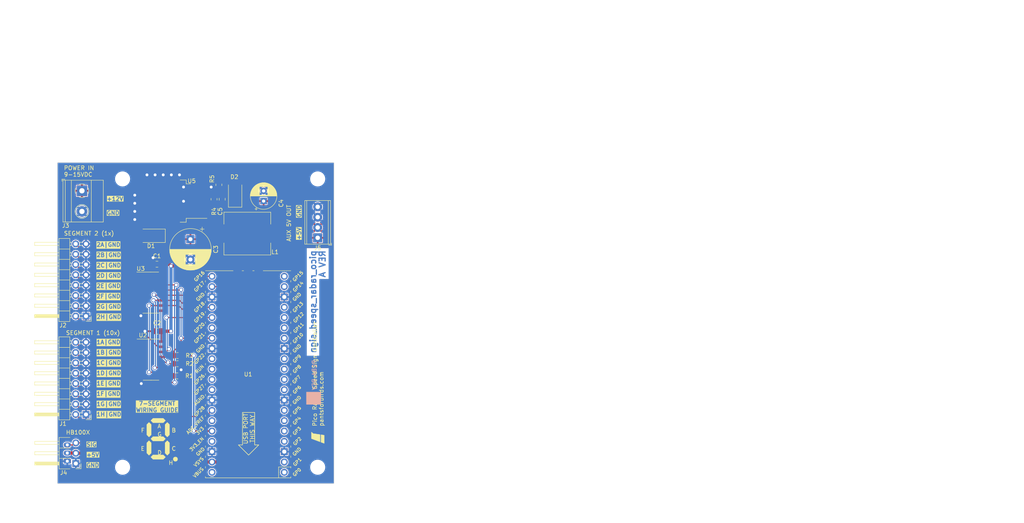
<source format=kicad_pcb>
(kicad_pcb (version 20221018) (generator pcbnew)
  (title_block (title "Pico Radar Speed Sign Controller") (date "2023-07-05") (rev "A") (company "Pants for Birds") (comment 1 "John McNelly - jkailimcnelly@gmail.com"))
  (layers (0 "F.Cu" signal) (31 "B.Cu" signal) (34 "B.Paste" user) (35 "F.Paste" user) (36 "B.SilkS" user "B.Silkscreen") (37 "F.SilkS" user "F.Silkscreen") (38 "B.Mask" user) (39 "F.Mask" user) (44 "Edge.Cuts" user))
  (net 0 "")
  (net 1 "+5V")
  (net 2 "GND")
  (net 3 "Net-(D1-K)")
  (net 4 "+12V")
  (net 5 "Net-(D2-K)")
  (net 6 "/SEG_1A")
  (net 7 "/SEG_1B")
  (net 8 "/SEG_1C")
  (net 9 "/SEG_1D")
  (net 10 "/SEG_1E")
  (net 11 "/SEG_1F")
  (net 12 "/SEG_1G")
  (net 13 "/SEG_1H")
  (net 14 "/SEG_2A")
  (net 15 "/SEG_2B")
  (net 16 "/SEG_2C")
  (net 17 "/SEG_2D")
  (net 18 "/SEG_2E")
  (net 19 "/SEG_2F")
  (net 20 "/SEG_2G")
  (net 21 "/SEG_2H")
  (net 22 "/DIGITS_SPI_CS")
  (net 23 "/DIGITS_RCLK")
  (net 24 "/~{DIGITS_OE}")
  (net 25 "Net-(U5-FB)")
  (net 41 "/DIGITS_SPI_SCK")
  (net 42 "/DIGITS_SPI_MOSI")
  (net 51 "Net-(U2-QH')")
  (net 53 "/DOPPLER_RADAR_IN")
  (net 54 "+3V3")
  (footprint "MountingHole:MountingHole_3.2mm_M3" (layer "F.Cu") (at 94 135)
    (fp_text reference "H3" hide)
    (fp_text value "MountingHole")
  )
  (footprint "Connector_PinHeader_2.54mm:PinHeader_2x08_P2.54mm_Horizontal" (layer "F.Cu") (at 37 97.78 180)
    (fp_text reference "J2")
    (fp_text value "0.1\" Pin Header 02x08")
  )
  (footprint "Resistor_SMD:R_0805_2012Metric" (layer "F.Cu") (at 69.695 65.455 90)
    (fp_text reference "R5")
    (fp_text value "10k 1%")
  )
  (footprint "Capacitor_THT:CP_Radial_D6.3mm_P2.50mm" (layer "F.Cu") (at 80.695 69.454999 90)
    (fp_text reference "C4")
    (fp_text value "220uF 25V")
  )
  (footprint "Connector_PinHeader_2.54mm:PinHeader_2x08_P2.54mm_Horizontal" (layer "F.Cu") (at 37 122 180)
    (fp_text reference "J1")
    (fp_text value "0.1\" Pin Header 02x08")
  )
  (footprint "Capacitor_THT:CP_Radial_D10.0mm_P5.00mm" (layer "F.Cu") (at 62.695 78.842444 -90)
    (fp_text reference "C3")
    (fp_text value "680uF 25V")
  )
  (footprint "Package_TO_SOT_SMD:TO-263-5_TabPin3" (layer "F.Cu") (at 56.82 69.455 180)
    (fp_text reference "U5")
    (fp_text value "LM2596S-ADJ")
  )
  (footprint "TerminalBlock_Phoenix:TerminalBlock_Phoenix_MKDS-1,5-2-5.08_1x02_P5.08mm_Horizontal" (layer "F.Cu") (at 36 66.92 -90)
    (fp_text reference "J3")
    (fp_text value "Conn_01x02")
  )
  (footprint "MountingHole:MountingHole_3.2mm_M3" (layer "F.Cu") (at 46 64)
    (fp_text reference "H1" hide)
    (fp_text value "MountingHole")
  )
  (footprint "Resistor_SMD:R_0805_2012Metric" (layer "F.Cu") (at 59.5 107.5 180)
    (fp_text reference "R3")
    (fp_text value "10k")
  )
  (footprint "MountingHole:MountingHole_3.2mm_M3" (layer "F.Cu") (at 94 64)
    (fp_text reference "H2" hide)
    (fp_text value "MountingHole")
  )
  (footprint "Package_SO:SOIC-16_3.9x9.9mm_P1.27mm" (layer "F.Cu") (at 52.935 92)
    (fp_text reference "U3")
    (fp_text value "74HC595")
  )
  (footprint "Diode_SMD:D_SMA" (layer "F.Cu") (at 73.695001 67.454998 90)
    (fp_text reference "D2")
    (fp_text value "40V 3A")
  )
  (footprint "Capacitor_SMD:C_0805_2012Metric" (layer "F.Cu") (at 70.5 69 90)
    (fp_text reference "C5")
    (fp_text value "DNP")
  )
  (footprint "Connector_JST:JST_PH_B3B-PH-K_1x03_P2.00mm_Vertical" (layer "F.Cu") (at 32.4 133.5 90)
    (fp_text reference "J6" hide)
    (fp_text value "2.00mm JST-PH 01x03")
  )
  (footprint "Custom_Inductor:L_SunItechTech_SLO1040H470MTT" (layer "F.Cu") (at 76.695 77.454999)
    (fp_text reference "L1")
    (fp_text value "47uH 3A")
  )
  (footprint "MountingHole:MountingHole_3.2mm_M3" (layer "F.Cu") (at 46 135)
    (fp_text reference "H4" hide)
    (fp_text value "MountingHole")
  )
  (footprint "Capacitor_SMD:C_0805_2012Metric" (layer "F.Cu") (at 54.5 101.5 180)
    (fp_text reference "C2")
    (fp_text value "0.1uF")
  )
  (footprint "Diode_SMD:D_SMA" (layer "F.Cu") (at 53 78 180)
    (fp_text reference "D1")
    (fp_text value "40V 3A")
  )
  (footprint "TerminalBlock_Phoenix:TerminalBlock_Phoenix_MPT-0,5-4-2.54_1x04_P2.54mm_Horizontal" (layer "F.Cu") (at 94 78.5 90)
    (fp_text reference "J5")
    (fp_text value "Conn_01x04")
  )
  (footprint "Capacitor_SMD:C_0805_2012Metric" (layer "F.Cu") (at 54.459999 85 180)
    (fp_text reference "C1")
    (fp_text value "0.1uF")
  )
  (footprint "Resistor_SMD:R_0805_2012Metric" (layer "F.Cu") (at 59.4125 112.5)
    (fp_text reference "R1")
    (fp_text value "10k")
  )
  (footprint "Package_SO:SOIC-16_3.9x9.9mm_P1.27mm" (layer "F.Cu") (at 53.000001 108.5)
    (fp_text reference "U2")
    (fp_text value "74HC595")
  )
  (footprint "Resistor_SMD:R_0805_2012Metric" (layer "F.Cu") (at 68.5 69 90)
    (fp_text reference "R4")
    (fp_text value "30k 1%")
  )
  (footprint "Resistor_SMD:R_0805_2012Metric" (layer "F.Cu") (at 59.5 109.5)
    (fp_text reference "R2")
    (fp_text value "10k")
  )
  (footprint "Custom_Module:RPi_Pico_TH_Socket" (layer "F.Cu") (at 76.89 112.11 180)
    (fp_text reference "U1")
    (fp_text value "Pico_H")
  )
  (footprint "Custom_Graphic:BirdWithPants_Small_Right" (layer "F.Cu") (at 94 127.5 90)
    (fp_text reference "GRAPHIC1" hide)
    (fp_text value "Graphic" hide)
  )
  (footprint "Connector_PinHeader_2.54mm:PinHeader_1x03_P2.54mm_Horizontal" (layer "F.Cu") (at 34.5 134.08 180)
    (fp_text reference "J4")
    (fp_text value "0.1\" Pin Header 01x03")
  )
  (footprint "Custom_Graphic:PCB_PN_REV" (layer "B.Cu") (at 95.55 89.85 -90)
    (fp_text reference "PCB1" hide)
    (fp_text value "PCB" hide)
  )
  (gr_rect (start 91.25 116.5) (end 94.75 119.5) (stroke (width 0.12)) (fill solid) (layer "B.SilkS"))
  (gr_poly (pts (xy 52 127) (xy 52 124.5) (xy 52.5 124) (xy 53 124.5) (xy 53 127) (xy 52.5 127.5)) (stroke (width 0.15)) (fill solid) (layer "F.SilkS"))
  (gr_poly (pts (xy 56 128.5) (xy 53.5 128.5) (xy 53 128) (xy 53.5 127.5) (xy 56 127.5) (xy 56.5 128)) (stroke (width 0.15)) (fill solid) (layer "F.SilkS"))
  (gr_poly (pts (xy 53.5 123) (xy 56 123) (xy 56.5 123.5) (xy 56 124) (xy 53.5 124) (xy 53 123.5)) (stroke (width 0.15)) (fill solid) (layer "F.SilkS"))
  (gr_poly (pts (xy 56.5 131.5) (xy 56.5 129) (xy 57 128.5) (xy 57.5 129) (xy 57.5 131.5) (xy 57 132)) (stroke (width 0.15)) (fill solid) (layer "F.SilkS"))
  (gr_poly (pts (xy 56.5 127) (xy 56.5 124.5) (xy 57 124) (xy 57.5 124.5) (xy 57.5 127) (xy 57 127.5)) (stroke (width 0.15)) (fill solid) (layer "F.SilkS"))
  (gr_circle (center 59 133) (end 59.5 133) (stroke (width 0.15)) (fill solid) (layer "F.SilkS"))
  (gr_poly (pts (xy 75.5 121.5) (xy 78.5 121.5) (xy 78.5 129.5) (xy 79.5 129.5) (xy 77 132) (xy 74.5 129.5) (xy 75.5 129.5)) (stroke (width 0.15)) (fill none) (layer "F.SilkS"))
  (gr_poly (pts (xy 53.5 132) (xy 56 132) (xy 56.5 132.5) (xy 56 133) (xy 53.5 133) (xy 53 132.5)) (stroke (width 0.15)) (fill solid) (layer "F.SilkS"))
  (gr_poly (pts (xy 52 131.5) (xy 52 129) (xy 52.5 128.5) (xy 53 129) (xy 53 131.5) (xy 52.5 132)) (stroke (width 0.15)) (fill solid) (layer "F.SilkS"))
  (gr_rect (start 30 60) (end 98 139) (stroke (width 0.1)) (fill none) (layer "Edge.Cuts"))
  (gr_text "PCBA REV" (at 93.75 108.5 90) (layer "B.SilkS") (effects (font (size 1 1)) (justify left bottom mirror)))
  (gr_text "2H|GND" (at 39.5 98.56) (layer "F.SilkS" knockout) (effects (font (size 1 1) (thickness 0.2) bold) (justify left bottom)))
  (gr_text "C" (at 58 131) (layer "F.SilkS") (effects (font (size 1 1)) (justify left bottom)))
  (gr_text "E" (at 51.5 131) (layer "F.SilkS") (effects (font (size 1 1)) (justify right bottom)))
  (gr_text "7-SEGMENT\nWIRING GUIDE" (at 54.5 121.5) (layer "F.SilkS" knockout) (effects (font (size 1 1) (thickness 0.2) bold) (justify bottom)))
  (gr_text "AUX 5V OUT" (at 87.5 79.5 90) (layer "F.SilkS") (effects (font (size 1 1)) (justify left bottom)))
  (gr_text "1C|GND" (at 39.5 109.86) (layer "F.SilkS" knockout) (effects (font (size 1 1) (thickness 0.2) bold) (justify left bottom)))
  (gr_text "1H|GND" (at 39.5 122.56) (layer "F.SilkS" knockout) (effects (font (size 1 1) (thickness 0.2) bold) (justify left bottom)))
  (gr_text "SIG" (at 37 130) (layer "F.SilkS" knockout) (effects (font (size 1 1) (thickness 0.2) bold) (justify left bottom)))
  (gr_text "A" (at 54.5 125.5) (layer "F.SilkS") (effects (font (size 1 1)) (justify left bottom)))
  (gr_text "USB PORT\nTHIS WAY" (at 78.5 125.5 90) (layer "F.SilkS") (effects (font (size 1 1)) (justify bottom)))
  (gr_text "HB100X" (at 32 127) (layer "F.SilkS") (effects (font (size 1 1)) (justify left bottom)))
  (gr_text "F" (at 51.5 126.5) (layer "F.SilkS") (effects (font (size 1 1)) (justify right bottom)))
  (gr_text "1B|GND" (at 39.5 107.32) (layer "F.SilkS" knockout) (effects (font (size 1 1) (thickness 0.2) bold) (justify left bottom)))
  (gr_text "1G|GND" (at 39.5 120.02) (layer "F.SilkS" knockout) (effects (font (size 1 1) (thickness 0.2) bold) (justify left bottom)))
  (gr_text "1E|GND" (at 39.5 114.94) (layer "F.SilkS" knockout) (effects (font (size 1 1) (thickness 0.2) bold) (justify left bottom)))
  (gr_text "SEGMENT 1 (10x)" (at 32 102.5) (layer "F.SilkS") (effects (font (size 1 1)) (justify left bottom)))
  (gr_text "2B|GND" (at 39.5 83.32) (layer "F.SilkS" knockout) (effects (font (size 1 1) (thickness 0.2) bold) (justify left bottom)))
  (gr_text "SEGMENT 2 (1x)" (at 31.5 78) (layer "F.SilkS") (effects (font (size 1 1)) (justify left bottom)))
  (gr_text "H" (at 58.5 134.5) (layer "F.SilkS") (effects (font (size 1 1)) (justify right bottom)))
  (gr_text "+5V" (at 37 132.54) (layer "F.SilkS" knockout) (effects (font (size 1 1) (thickness 0.2) bold) (justify left bottom)))
  (gr_text "2E|GND" (at 39.5 90.94) (layer "F.SilkS" knockout) (effects (font (size 1 1) (thickness 0.2) bold) (justify left bottom)))
  (gr_text "GND" (at 90 72 90) (layer "F.SilkS" knockout) (effects (font (size 1 1) (thickness 0.2) bold) (justify bottom)))
  (gr_text "Pico Radar Speed Sign Controller\npantsforbirds.com" (at 95.5 125 90) (layer "F.SilkS") (effects (font (size 1 1)) (justify left bottom)))
  (gr_text "POWER IN\n9-15VDC" (at 31.5 63.5) (layer "F.SilkS") (effects (font (size 1 1)) (justify left bottom)))
  (gr_text "B" (at 58 126.5) (layer "F.SilkS") (effects (font (size 1 1)) (justify left bottom)))
  (gr_text "2G|GND" (at 39.5 96.02) (layer "F.SilkS" knockout) (effects (font (size 1 1) (thickness 0.2) bold) (justify left bottom)))
  (gr_text "1D|GND" (at 39.5 112.4) (layer "F.SilkS" knockout) (effects (font (size 1 1) (thickness 0.2) bold) (justify left bottom)))
  (gr_text "1A|GND" (at 39.5 104.78) (layer "F.SilkS" knockout) (effects (font (size 1 1) (thickness 0.2) bold) (justify left bottom)))
  (gr_text "2A|GND" (at 39.5 80.78) (layer "F.SilkS" knockout) (effects (font (size 1 1) (thickness 0.2) bold) (justify left bottom)))
  (gr_text "+5V" (at 90 77.5 90) (layer "F.SilkS" knockout) (effects (font (size 1 1) (thickness 0.2) bold) (justify bottom)))
  (gr_text "2F|GND" (at 39.5 93.48) (layer "F.SilkS" knockout) (effects (font (size 1 1) (thickness 0.2) bold) (justify left bottom)))
  (gr_text "+12V" (at 42 69.5) (layer "F.SilkS" knockout) (effects (font (size 1 1) (thickness 0.2) bold) (justify left bottom)))
  (gr_text "D" (at 54.5 132) (layer "F.SilkS") (effects (font (size 1 1)) (justify left bottom)))
  (gr_text "1F|GND" (at 39.5 117.48) (layer "F.SilkS" knockout) (effects (font (size 1 1) (thickness 0.2) bold) (justify left bottom)))
  (gr_text "2C|GND" (at 39.5 85.86) (layer "F.SilkS" knockout) (effects (font (size 1 1) (thickness 0.2) bold) (justify left bottom)))
  (gr_text "GND" (at 42 73) (layer "F.SilkS" knockout) (effects (font (size 1 1) (thickness 0.2) bold) (justify left bottom)))
  (gr_text "GND" (at 37 135.08) (layer "F.SilkS" knockout) (effects (font (size 1 1) (thickness 0.2) bold) (justify left bottom)))
  (gr_text "G" (at 54.5 127.5) (layer "F.SilkS") (effects (font (size 1 1)) (justify left bottom)))
  (gr_text "2D|GND" (at 39.5 88.4) (layer "F.SilkS" knockout) (effects (font (size 1 1) (thickness 0.2) bold) (justify left bottom)))
  (segment (start 55.475001 104.055) (end 55.475001 101.525001) (width 0.4) (layer "F.Cu") (net 1))
  (segment (start 71.625 67.775) (end 72 67.4) (width 0.4) (layer "F.Cu") (net 1))
  (segment (start 78.254999 69.454999) (end 80.695 69.454999) (width 0.4) (layer "F.Cu") (net 1))
  (segment (start 68 133.7) (end 79.245 133.7) (width 0.8) (layer "F.Cu") (net 1))
  (segment (start 34.46 131.5) (end 34.5 131.54) (width 0.8) (layer "F.Cu") (net 1))
  (segment (start 55.475001 101.525001) (end 55.45 101.5) (width 0.4) (layer "F.Cu") (net 1))
  (segment (start 57.457556 85) (end 57.9 85.442444) (width 0.8) (layer "F.Cu") (net 1))
  (segment (start 81.445 77.454999) (end 81.445 85.4) (width 0.8) (layer "F.Cu") (net 1))
  (segment (start 57.9 85.442444) (end 81.402556 85.442444) (width 0.8) (layer "F.Cu") (net 1))
  (segment (start 72 67.4) (end 76.2 67.4) (width 0.4) (layer "F.Cu") (net 1))
  (segment (start 70.4625 69.9125) (end 70.5 69.95) (width 0.4) (layer "F.Cu") (net 1))
  (segment (start 55.41 87.555) (end 55.41 85.000001) (width 0.4) (layer "F.Cu") (net 1))
  (segment (start 55.409999 85) (end 57.457556 85) (width 0.8) (layer "F.Cu") (net 1))
  (segment (start 68.5 69.9125) (end 70.4625 69.9125) (width 0.4) (layer "F.Cu") (net 1))
  (segment (start 55.41 85.000001) (end 55.409999 85) (width 0.4) (layer "F.Cu") (net 1))
  (segment (start 70.5 69.95) (end 71.175 69.95) (width 0.4) (layer "F.Cu") (net 1))
  (segment (start 71.625 69.5) (end 71.625 67.775) (width 0.4) (layer "F.Cu") (net 1))
  (segment (start 71.175 69.95) (end 71.625 69.5) (width 0.4) (layer "F.Cu") (net 1))
  (segment (start 79.245 133.7) (end 81.445 131.5) (width 0.8) (layer "F.Cu") (net 1))
  (segment (start 32.4 131.5) (end 34.46 131.5) (width 0.8) (layer "F.Cu") (net 1))
  (segment (start 43.275 129.725) (end 60.225 129.725) (width 0.8) (layer "F.Cu") (net 1))
  (segment (start 55.45 101.5) (end 57.9 101.5) (width 0.8) (layer "F.Cu") (net 1))
  (segment (start 81.445 85.4) (end 81.445 131.5) (width 0.8) (layer "F.Cu") (net 1))
  (segment (start 41.46 131.54) (end 43.275 129.725) (width 0.8) (layer "F.Cu") (net 1))
  (segment (start 76.2 67.4) (end 78.254999 69.454999) (width 0.4) (layer "F.Cu") (net 1))
  (segment (start 64.2 133.7) (end 68 133.7) (width 0.8) (layer "F.Cu") (net 1))
  (segment (start 34.5 131.54) (end 41.46 131.54) (width 0.8) (layer "F.Cu") (net 1))
  (segment (start 60.225 129.725) (end 64.2 133.7) (width 0.8) (layer "F.Cu") (net 1))
  (segment (start 81.402556 85.442444) (end 81.445 85.4) (width 0.8) (layer "F.Cu") (net 1))
  (via (at 57.9 101.5) (size 1) (drill 0.7) (layers "F.Cu" "B.Cu") (net 1))
  (via (at 57.9 85.442444) (size 1) (drill 0.7) (layers "F.Cu" "B.Cu") (net 1))
  (segment (start 57.9 101.5) (end 57.9 85.442444) (width 0.8) (layer "B.Cu") (net 1))
  (segment (start 60.325 111.075) (end 60.4 111) (width 0.25) (layer "F.Cu") (net 2))
  (segment (start 60.325 112.5) (end 60.325 111.075) (width 0.25) (layer "F.Cu") (net 2))
  (segment (start 50.525001 114.325001) (end 50.6 114.4) (width 0.4) (layer "F.Cu") (net 2))
  (segment (start 51.5 101.5) (end 53.55 101.5) (width 0.4) (layer "F.Cu") (net 2))
  (segment (start 60.4125 109.5) (end 60.4125 110.9875) (width 0.25) (layer "F.Cu") (net 2))
  (segment (start 60.4125 110.9875) (end 60.4 111) (width 0.25) (layer "F.Cu") (net 2))
  (segment (start 50.46 96.445) (end 50.46 97.66) (width 0.4) (layer "F.Cu") (net 2))
  (segment (start 50.46 97.66) (end 50.5 97.7) (width 0.4) (layer "F.Cu") (net 2))
  (segment (start 53.509999 83.409999) (end 53.5 83.4) (width 0.4) (layer "F.Cu") (net 2))
  (segment (start 53.509999 85) (end 53.509999 83.409999) (width 0.4) (layer "F.Cu") (net 2))
  (segment (start 50.525001 112.945) (end 50.525001 114.325001) (width 0.4) (layer "F.Cu") (net 2))
  (via (at 52 63) (size 1) (drill 0.7) (layers "F.Cu" "B.Cu") (net 2))
  (via (at 56 63) (size 1) (drill 0.7) (layers "F.Cu" "B.Cu") (net 2))
  (via (at 49 72) (size 1) (drill 0.7) (layers "F.Cu" "B.Cu") (net 2))
  (via (at 60.4 111) (size 1) (drill 0.7) (layers "F.Cu" "B.Cu") (net 2))
  (via (at 49 68) (size 1) (drill 0.7) (layers "F.Cu" "B.Cu") (net 2))
  (via (at 50.6 114.4) (size 1) (drill 0.7) (layers "F.Cu" "B.Cu") (net 2))
  (via (at 50.5 97.7) (size 1) (drill 0.7) (layers "F.Cu" "B.Cu") (net 2))
  (via (at 60 63) (size 1) (drill 0.7) (layers "F.Cu" "B.Cu") (net 2))
  (via (at 67.8 66) (size 1) (drill 0.7) (layers "F.Cu" "B.Cu") (net 2))
  (via (at 49 74) (size 1) (drill 0.7) (layers "F.Cu" "B.Cu") (net 2))
  (via (at 53.5 83.4) (size 1) (drill 0.7) (layers "F.Cu" "B.Cu") (net 2))
  (via (at 58 63) (size 1) (drill 0.7) (layers "F.Cu" "B.Cu") (net 2))
  (via (at 61 69.5) (size 1) (drill 0.7) (layers "F.Cu" "B.Cu") (net 2))
  (via (at 54 63) (size 1) (drill 0.7) (layers "F.Cu" "B.Cu") (net 2))
  (via (at 51.5 101.5) (size 1) (drill 0.7) (layers "F.Cu" "B.Cu") (net 2))
  (via (at 61 66) (size 1) (drill 0.7) (layers "F.Cu" "B.Cu") (net 2))
  (via (at 49 70) (size 1) (drill 0.7) (layers "F.Cu" "B.Cu") (net 2))
  (segment (start 48.5 102.6) (end 51.9 102.6) (width 0.25) (layer "F.Cu") (net 6))
  (segment (start 34.46 104.22) (end 35.635 105.395) (width 0.25) (layer "F.Cu") (net 6))
  (segment (start 35.635 105.395) (end 45.705 105.395) (width 0.25) (layer "F.Cu") (net 6))
  (segment (start 45.705 105.395) (end 48.5 102.6) (width 0.25) (layer "F.Cu") (net 6))
  (segment (start 51.9 102.6) (end 54.625 105.325) (width 0.25) (layer "F.Cu") (net 6))
  (segment (start 54.625 105.325) (end 55.475001 105.325) (width 0.25) (layer "F.Cu") (net 6))
  (segment (start 50.525001 104.055) (end 48.545 104.055) (width 0.25) (layer "F.Cu") (net 7))
  (segment (start 35.635 107.935) (end 34.46 106.76) (width 0.25) (layer "F.Cu") (net 7))
  (segment (start 48.545 104.055) (end 44.665 107.935) (width 0.25) (layer "F.Cu") (net 7))
  (segment (start 44.665 107.935) (end 35.635 107.935) (width 0.25) (layer "F.Cu") (net 7))
  (segment (start 50.525001 105.325) (end 48.975 105.325) (width 0.25) (layer "F.Cu") (net 8))
  (segment (start 35.635 110.475) (end 34.46 109.3) (width 0.25) (layer "F.Cu") (net 8))
  (segment (start 48.975 105.325) (end 43.825 110.475) (width 0.25) (layer "F.Cu") (net 8))
  (segment (start 43.825 110.475) (end 35.635 110.475) (width 0.25) (layer "F.Cu") (net 8))
  (segment (start 42.735 113.015) (end 35.635 113.015) (width 0.25) (layer "F.Cu") (net 9))
  (segment (start 50.525001 106.595) (end 49.155 106.595) (width 0.25) (layer "F.Cu") (net 9))
  (segment (start 49.155 106.595) (end 42.735 113.015) (width 0.25) (layer "F.Cu") (net 9))
  (segment (start 35.635 113.015) (end 34.46 111.84) (width 0.25) (layer "F.Cu") (net 9))
  (segment (start 41.355 115.745) (end 49.235 107.865) (width 0.25) (layer "F.Cu") (net 10))
  (segment (start 35.825 115.745) (end 41.355 115.745) (width 0.25) (layer "F.Cu") (net 10))
  (segment (start 49.235 107.865) (end 50.525001 107.865) (width 0.25) (layer "F.Cu") (net 10))
  (segment (start 34.46 114.38) (end 35.825 115.745) (width 0.25) (layer "F.Cu") (net 10))
  (segment (start 43.005 118.095) (end 44 117.1) (width 0.25) (layer "F.Cu") (net 11))
  (segment (start 44 114.5) (end 49.3 109.2) (width 0.25) (layer "F.Cu") (net 11))
  (segment (start 44 117.1) (end 44 114.5) (width 0.25) (layer "F.Cu") (net 11))
  (segment (start 34.46 116.92) (end 35.635 118.095) (width 0.25) (layer "F.Cu") (net 11))
  (segment (start 49.3 109.2) (end 50.460001 109.2) (width 0.25) (layer "F.Cu") (net 11))
  (segment (start 35.635 118.095) (end 43.005 118.095) (width 0.25) (layer "F.Cu") (net 11))
  (segment (start 50.460001 109.2) (end 50.525001 109.135) (width 0.25) (layer "F.Cu") (net 11))
  (segment (start 50.520001 110.4) (end 50.525001 110.405) (width 0.25) (layer "F.Cu") (net 12))
  (segment (start 35.635 120.635) (end 44.065 120.635) (width 0.25) (layer "F.Cu") (net 12))
  (segment (start 45.4 114.3) (end 49.3 110.4) (width 0.25) (layer "F.Cu") (net 12))
  (segment (start 34.46 119.46) (end 35.635 120.635) (width 0.25) (layer "F.Cu") (net 12))
  (segment (start 45.4 119.3) (end 45.4 114.3) (width 0.25) (layer "F.Cu") (net 12))
  (segment (start 49.3 110.4) (end 50.520001 110.4) (width 0.25) (layer "F.Cu") (net 12))
  (segment (start 44.065 120.635) (end 45.4 119.3) (width 0.25) (layer "F.Cu") (net 12))
  (segment (start 50.525001 111.675) (end 49.625 111.675) (width 0.25) (layer "F.Cu") (net 13))
  (segment (start 46.5 114.8) (end 46.5 121.6) (width 0.25) (layer "F.Cu") (net 13))
  (segment (start 35.635 123.175) (end 34.46 122) (width 0.25) (layer "F.Cu") (net 13))
  (segment (start 49.625 111.675) (end 46.5 114.8) (width 0.25) (layer "F.Cu") (net 13))
  (segment (start 46.5 121.6) (end 44.925 123.175) (width 0.25) (layer "F.Cu") (net 13))
  (segment (start 44.925 123.175) (end 35.635 123.175) (width 0.25) (layer "F.Cu") (net 13))
  (segment (start 52 82.4) (end 50.965 81.365) (width 0.25) (layer "F.Cu") (net 14))
  (segment (start 52 88.1) (end 52 82.4) (width 0.25) (layer "F.Cu") (net 14))
  (segment (start 55.41 88.825) (end 52.725 88.825) (width 0.25) (layer "F.Cu") (net 14))
  (segment (start 52.725 88.825) (end 52 88.1) (width 0.25) (layer "F.Cu") (net 14))
  (segment (start 35.825 81.365) (end 34.46 80) (width 0.25) (layer "F.Cu") (net 14))
  (segment (start 50.965 81.365) (end 35.825 81.365) (width 0.25) (layer "F.Cu") (net 14))
  (segment (start 47.1 84.8) (end 47.1 86) (width 0.25) (layer "F.Cu") (net 15))
  (segment (start 46.205 83.905) (end 47.1 84.8) (width 0.25) (layer "F.Cu") (net 15))
  (segment (start 48.655 87.555) (end 50.46 87.555) (width 0.25) (layer "F.Cu") (net 15))
  (segment (start 47.1 86) (end 48.655 87.555) (width 0.25) (layer "F.Cu") (net 15))
  (segment (start 35.825 83.905) (end 46.205 83.905) (width 0.25) (layer "F.Cu") (net 15))
  (segment (start 34.46 82.54) (end 35.825 83.905) (width 0.25) (layer "F.Cu") (net 15))
  (segment (start 46.155 86.255) (end 48.7 88.8) (width 0.25) (layer "F.Cu") (net 16))
  (segment (start 35.635 86.255) (end 46.155 86.255) (width 0.25) (layer "F.Cu") (net 16))
  (segment (start 50.435 88.8) (end 50.46 88.825) (width 0.25) (layer "F.Cu") (net 16))
  (segment (start 48.7 88.8) (end 50.435 88.8) (width 0.25) (layer "F.Cu") (net 16))
  (segment (start 34.46 85.08) (end 35.635 86.255) (width 0.25) (layer "F.Cu") (net 16))
  (segment (start 50.455 90.1) (end 50.46 90.095) (width 0.25) (layer "F.Cu") (net 17))
  (segment (start 47.5 90.1) (end 50.455 90.1) (width 0.25) (layer "F.Cu") (net 17))
  (segment (start 46.195 88.795) (end 47.5 90.1) (width 0.25) (layer "F.Cu") (net 17))
  (segment (start 34.46 87.62) (end 35.635 88.795) (width 0.25) (layer "F.Cu") (net 17))
  (segment (start 35.635 88.795) (end 46.195 88.795) (width 0.25) (layer "F.Cu") (net 17))
  (segment (start 50.46 91.365) (end 35.665 91.365) (width 0.25) (layer "F.Cu") (net 18))
  (segment (start 35.665 91.365) (end 34.46 90.16) (width 0.25) (layer "F.Cu") (net 18))
  (segment (start 34.46 92.7) (end 35.635 93.875) (width 0.25) (layer "F.Cu") (net 19))
  (segment (start 46.3 93.875) (end 47.54 92.635) (width 0.25) (layer "F.Cu") (net 19))
  (segment (start 35.635 93.875) (end 46.3 93.875) (width 0.25) (layer "F.Cu") (net 19))
  (segment (start 47.54 92.635) (end 50.46 92.635) (width 0.25) (layer "F.Cu") (net 19))
  (segment (start 48.81 93.905) (end 50.46 93.905) (width 0.25) (layer "F.Cu") (net 20))
  (segment (start 34.46 95.24) (end 35.635 96.415) (width 0.25) (layer "F.Cu") (net 20))
  (segment (start 46.3 96.415) (end 48.81 93.905) (width 0.25) (layer "F.Cu") (net 20))
  (segment (start 35.635 96.415) (end 46.3 96.415) (width 0.25) (layer "F.Cu") (net 20))
  (segment (start 50.46 95.175) (end 49.275 95.175) (width 0.25) (layer "F.Cu") (net 21))
  (segment (start 35.635 98.955) (end 46.595 98.955) (width 0.25) (layer "F.Cu") (net 21))
  (segment (start 46.595 98.955) (end 48.65 96.9) (width 0.25) (layer "F.Cu") (net 21))
  (segment (start 49.275 95.175) (end 48.65 95.8) (width 0.25) (layer "F.Cu") (net 21))
  (segment (start 48.65 96.9) (end 48.65 95.8) (width 0.25) (layer "F.Cu") (net 21))
  (segment (start 34.46 97.78) (end 35.635 98.955) (width 0.25) (layer "F.Cu") (net 21))
  (segment (start 69.225 96.775) (end 70.6 95.4) (width 0.25) (layer "F.Cu") (net 22))
  (segment (start 55.41 95.175) (end 59.775 95.175) (width 0.25) (layer "F.Cu") (net 22))
  (segment (start 55.400001 111.6) (end 55.475001 111.675) (width 0.25) (layer "F.Cu") (net 22))
  (segment (start 59.775 95.175) (end 61.375 96.775) (width 0.25) (layer "F.Cu") (net 22))
  (segment (start 52.5 111.6) (end 55.400001 111.6) (width 0.25) (layer "F.Cu") (net 22))
  (segment (start 69.62 90.52) (end 68 90.52) (width 0.25) (layer "F.Cu") (net 22))
  (segment (start 55.41 95.175) (end 55.385 95.2) (width 0.25) (layer "F.Cu") (net 22))
  (segment (start 55.385 95.2) (end 52.5 95.2) (width 0.25) (layer "F.Cu") (net 22))
  (segment (start 70.6 95.4) (end 70.6 91.5) (width 0.25) (layer "F.Cu") (net 22))
  (segment (start 58.087501 112.5) (end 57.262501 111.675) (width 0.25) (layer "F.Cu") (net 22))
  (segment (start 70.6 91.5) (end 69.62 90.52) (width 0.25) (layer "F.Cu") (net 22))
  (segment (start 61.375 96.775) (end 69.225 96.775) (width 0.25) (layer "F.Cu") (net 22))
  (segment (start 57.262501 111.675) (end 55.475001 111.675) (width 0.25) (layer "F.Cu") (net 22))
  (via (at 52.5 95.2) (size 1) (drill 0.7) (layers "F.Cu" "B.Cu") (net 22))
  (via (at 52.5 111.6) (size 1) (drill 0.7) (layers "F.Cu" "B.Cu") (net 22))
  (segment (start 52.5 95.2) (end 52.6 95.3) (width 0.25) (layer "B.Cu") (net 22))
  (segment (start 52.6 111.5) (end 52.5 111.6) (width 0.25) (layer "B.Cu") (net 22))
  (segment (start 52.6 95.3) (end 52.6 111.5) (width 0.25) (layer "B.Cu") (net 22))
  (segment (start 55.475001 109.135) (end 57.135 109.135) (width 0.25) (layer "F.Cu") (net 23))
  (segment (start 57.5 109.5) (end 57.2 109.2) (width 0.25) (layer "F.Cu") (net 23))
  (segment (start 55.41 92.635) (end 53.835 92.635) (width 0.25) (layer "F.Cu") (net 23))
  (segment (start 57.135 109.135) (end 57.2 109.2) (width 0.25) (layer "F.Cu") (net 23))
  (segment (start 55.41 92.635) (end 61.665 92.635) (width 0.25) (layer "F.Cu") (net 23))
  (segment (start 58.5875 109.5) (end 57.5 109.5) (width 0.25) (layer "F.Cu") (net 23))
  (segment (start 53.835 92.635) (end 53.7 92.5) (width 0.25) (layer "F.Cu") (net 23))
  (segment (start 61.665 92.635) (end 66.32 87.98) (width 0.25) (layer "F.Cu") (net 23))
  (segment (start 66.32 87.98) (end 68 87.98) (width 0.25) (layer "F.Cu") (net 23))
  (via (at 57.2 109.2) (size 1) (drill 0.7) (layers "F.Cu" "B.Cu") (net 23))
  (via (at 53.7 92.5) (size 1) (drill 0.7) (layers "F.Cu" "B.Cu") (net 23))
  (segment (start 55.4 96.5) (end 55.4 94.2) (width 0.25) (layer "B.Cu") (net 23))
  (segment (start 55.4 107.4) (end 55.4 96.5) (width 0.25) (layer "B.Cu") (net 23))
  (segment (start 55.4 94.2) (end 53.7 92.5) (width 0.25) (layer "B.Cu") (net 23))
  (segment (start 57.2 109.2) (end 55.4 107.4) (width 0.25) (layer "B.Cu") (net 23))
  (segment (start 60.4 103.2) (end 60.4 104.6) (width 0.25) (layer "F.Cu") (net 24))
  (segment (start 60.4 91.3) (end 60.335 91.365) (width 0.25) (layer "F.Cu") (net 24))
  (segment (start 55.475001 107.865) (end 58.2225 107.865) (width 0.25) (layer "F.Cu") (net 24))
  (segment (start 68 103.22) (end 60.42 103.22) (width 0.25) (layer "F.Cu") (net 24))
  (segment (start 60.42 103.22) (end 60.4 103.2) (width 0.25) (layer "F.Cu") (net 24))
  (segment (start 60.335 91.365) (end 55.41 91.365) (width 0.25) (layer "F.Cu") (net 24))
  (segment (start 58.5875 106.4125) (end 58.5875 107.5) (width 0.25) (layer "F.Cu") (net 24))
  (segment (start 58.2225 107.865) (end 58.5875 107.5) (width 0.25) (layer "F.Cu") (net 24))
  (segment (start 60.4 104.6) (end 58.5875 106.4125) (width 0.25) (layer "F.Cu") (net 24))
  (via (at 60.4 103.2) (size 1) (drill 0.7) (layers "F.Cu" "B.Cu") (net 24))
  (via (at 60.4 91.3) (size 1) (drill 0.7) (layers "F.Cu" "B.Cu") (net 24))
  (segment (start 60.4 103.2) (end 60.4 91.3) (width 0.25) (layer "B.Cu") (net 24))
  (segment (start 70.5 67.1725) (end 70.5 68.05) (width 0.25) (layer "F.Cu") (net 25))
  (segment (start 69.695 66.3675) (end 70.5 67.1725) (width 0.25) (layer "F.Cu") (net 25))
  (segment (start 67.9625 68.05) (end 67.6675 67.755) (width 0.25) (layer "F.Cu") (net 25))
  (segment (start 70.5 68.05) (end 67.9625 68.05) (width 0.25) (layer "F.Cu") (net 25))
  (segment (start 67.6675 67.755) (end 64.47 67.755) (width 0.25) (layer "F.Cu") (net 25))
  (segment (start 53.605 93.905) (end 53.6 93.9) (width 0.25) (layer "F.Cu") (net 41))
  (segment (start 55.41 93.905) (end 53.605 93.905) (width 0.25) (layer "F.Cu") (net 41))
  (segment (start 53.995 110.405) (end 55.475001 110.405) (width 0.25) (layer "F.Cu") (net 41))
  (segment (start 53.9 110.5) (end 53.995 110.405) (width 0.25) (layer "F.Cu") (net 41))
  (segment (start 60.005 93.905) (end 61.7 95.6) (width 0.25) (layer "F.Cu") (net 41))
  (segment (start 55.41 93.905) (end 60.005 93.905) (width 0.25) (layer "F.Cu") (net 41))
  (segment (start 61.7 95.6) (end 68 95.6) (width 0.25) (layer "F.Cu") (net 41))
  (via (at 53.9 110.5) (size 1) (drill 0.7) (layers "F.Cu" "B.Cu") (net 41))
  (via (at 53.6 93.9) (size 1) (drill 0.7) (layers "F.Cu" "B.Cu") (net 41))
  (segment (start 54.1 110.3) (end 54.1 94.4) (width 0.25) (layer "B.Cu") (net 41))
  (segment (start 53.9 110.5) (end 54.1 110.3) (width 0.25) (layer "B.Cu") (net 41))
  (segment (start 54.1 94.4) (end 53.6 93.9) (width 0.25) (layer "B.Cu") (net 41))
  (segment (start 56.8005 98.14) (end 68 98.14) (width 0.25) (layer "F.Cu") (net 42))
  (segment (start 55.475001 106.595) (end 56.705 106.595) (width 0.25) (layer "F.Cu") (net 42))
  (segment (start 56.705 106.595) (end 57.4 105.9) (width 0.25) (layer "F.Cu") (net 42))
  (via (at 56.8005 98.14) (size 1) (drill 0.7) (layers "F.Cu" "B.Cu") (net 42))
  (via (at 57.4 105.9) (size 1) (drill 0.7) (layers "F.Cu" "B.Cu") (net 42))
  (segment (start 57 105.5) (end 57.4 105.9) (width 0.25) (layer "B.Cu") (net 42))
  (segment (start 57 98.3395) (end 57 105.5) (width 0.25) (layer "B.Cu") (net 42))
  (segment (start 56.8005 98.14) (end 57 98.3395) (width 0.25) (layer "B.Cu") (net 42))
  (segment (start 58.8 114.1) (end 56 114.1) (width 0.25) (layer "F.Cu") (net 51))
  (segment (start 55.5 112.969999) (end 55.475001 112.945) (width 0.25) (layer "F.Cu") (net 51))
  (segment (start 56 114.1) (end 55.5 113.6) (width 0.25) (layer "F.Cu") (net 51))
  (segment (start 55.5 113.6) (end 55.5 112.969999) (width 0.25) (layer "F.Cu") (net 51))
  (segment (start 55.41 90.095) (end 59.195 90.095) (width 0.25) (layer "F.Cu") (net 51))
  (segment (start 59.195 90.095) (end 59.2 90.1) (width 0.25) (layer "F.Cu") (net 51))
  (via (at 58.8 114.1) (size 1) (drill 0.7) (layers "F.Cu" "B.Cu") (net 51))
  (via (at 59.2 90.1) (size 1) (drill 0.7) (layers "F.Cu" "B.Cu") (net 51))
  (segment (start 59.2 90.1) (end 58.775 90.525) (width 0.25) (layer "B.Cu") (net 51))
  (segment (start 58.775 114.075) (end 58.8 114.1) (width 0.25) (layer "B.Cu") (net 51))
  (segment (start 58.775 90.525) (end 58.775 114.075) (width 0.25) (layer "B.Cu") (net 51))
  (segment (start 32.4 129.5) (end 34 129.5) (width 0.25) (layer "F.Cu") (net 53))
  (segment (start 34 129.5) (end 34.5 129) (width 0.25) (layer "F.Cu") (net 53))
  (segment (start 41.8 129) (end 48.3 122.5) (width 0.25) (layer "F.Cu") (net 53))
  (segment (start 48.3 122.5) (end 66.5 122.5) (width 0.25) (layer "F.Cu") (net 53))
  (segment (start 66.5 122.5) (end 68 121) (width 0.25) (layer "F.Cu") (net 53))
  (segment (start 34.5 129) (end 41.8 129) (width 0.25) (layer "F.Cu") (net 53))
  (segment (start 63.5 126) (end 63.58 126.08) (width 0.4) (layer "F.Cu") (net 54))
  (segment (start 63.58 126.08) (end 68 126.08) (width 0.4) (layer "F.Cu") (net 54))
  (segment (start 60.4125 107.5) (end 63.5 107.5) (width 0.4) (layer "F.Cu") (net 54))
  (via (at 63.5 126) (size 1) (drill 0.7) (layers "F.Cu" "B.Cu") (net 54))
  (via (at 63.5 107.5) (size 1) (drill 0.7) (layers "F.Cu" "B.Cu") (net 54))
  (segment (start 63.5 107.5) (end 63.5 126) (width 0.4) (layer "B.Cu") (net 54))
  (zone (net 4) (net_name "+12V") (layer "F.Cu") (priority 1) (connect_pads (clearance 0.2)) (min_thickness 0.25) (fill yes (thermal_gap 0.2) (thermal_bridge_width 0.4))
    (polygon (pts (xy 33.5 65) (xy 42 65) (xy 42 76) (xy 53 76) (xy 53 80) (xy 38.5 80) (xy 38.5 69) (xy 33.5 69)))
  )
  (zone (net 3) (net_name "Net-(D1-K)") (layer "F.Cu") (priority 3) (connect_pads (clearance 0.2)) (min_thickness 0.25) (fill yes (thermal_gap 0.2) (thermal_bridge_width 0.4))
    (polygon (pts (xy 53 76) (xy 61 76) (xy 61 72.5) (xy 68 72.5) (xy 68 81) (xy 53 81)))
  )
  (zone (net 1) (net_name "+5V") (layer "F.Cu") (priority 2) (connect_pads (clearance 0.2)) (min_thickness 0.25) (fill yes (thermal_gap 0.2) (thermal_bridge_width 0.4))
    (polygon (pts (xy 77.5 68.5) (xy 77.5 81) (xy 96.5 81) (xy 96.5 74.5) (xy 84.5 74.5) (xy 84.5 68.5)))
  )
  (zone (net 5) (net_name "Net-(D2-K)") (layer "F.Cu") (priority 3) (connect_pads (clearance 0.2)) (min_thickness 0.25) (fill yes (thermal_gap 0.2) (thermal_bridge_width 0.4))
    (polygon (pts (xy 62 70.5) (xy 71.5 70.5) (xy 71.5 67.5) (xy 76 67.5) (xy 76 81) (xy 69 81) (xy 69 72) (xy 62 72)))
  )
  (zone (net 2) (net_name "GND") (layer "F.Cu") (connect_pads (clearance 0.2)) (min_thickness 0.25) (fill yes (thermal_gap 0.2) (thermal_bridge_width 0.4))
    (polygon (pts (xy 50 60.5) (xy 50 67) (xy 48 67) (xy 48 76.5) (xy 60.5 76.5) (xy 60.5 72) (xy 61.5 72) (xy 61.5 70) (xy 67 70) (xy 67 69) (xy 61.5 69) (xy 61.5 66.5) (xy 68.5 66.5) (xy 68.5 65.5) (xy 72 65.5) (xy 72 67.5) (xy 84.5 67.5) (xy 84.5 60.5)))
  )
  (zone (net 2) (net_name "GND") (layer "B.Cu") (priority 1) (connect_pads (clearance 0.2)) (min_thickness 0.25) (fill yes (thermal_gap 0.2) (thermal_bridge_width 0.4))
    (polygon (pts (xy 29 58) (xy 99 58) (xy 99 143) (xy 29 143)))
  )
)
</source>
